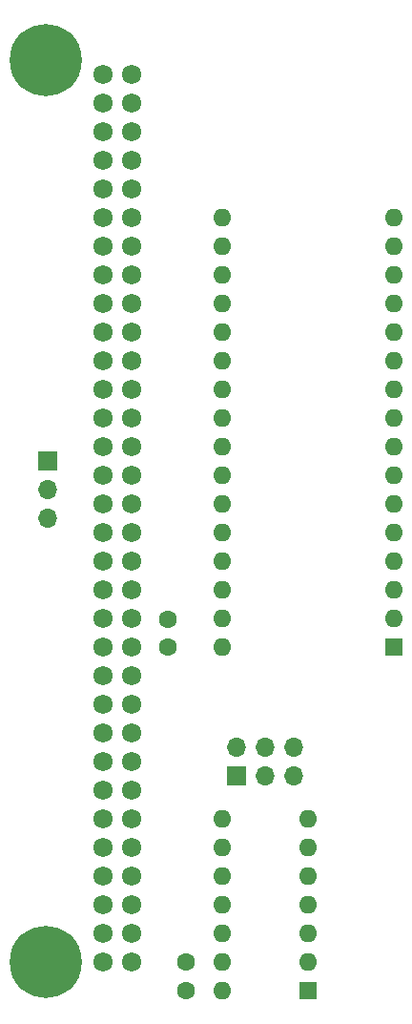
<source format=gbs>
G04 #@! TF.GenerationSoftware,KiCad,Pcbnew,5.1.7*
G04 #@! TF.CreationDate,2020-11-27T22:32:44-08:00*
G04 #@! TF.ProjectId,PC104-ROM,50433130-342d-4524-9f4d-2e6b69636164,rev?*
G04 #@! TF.SameCoordinates,Original*
G04 #@! TF.FileFunction,Soldermask,Bot*
G04 #@! TF.FilePolarity,Negative*
%FSLAX46Y46*%
G04 Gerber Fmt 4.6, Leading zero omitted, Abs format (unit mm)*
G04 Created by KiCad (PCBNEW 5.1.7) date 2020-11-27 22:32:44*
%MOMM*%
%LPD*%
G01*
G04 APERTURE LIST*
%ADD10C,1.600000*%
%ADD11O,1.700000X1.700000*%
%ADD12R,1.700000X1.700000*%
%ADD13O,1.600000X1.600000*%
%ADD14R,1.600000X1.600000*%
%ADD15C,6.400000*%
%ADD16C,1.720000*%
G04 APERTURE END LIST*
D10*
X143637000Y-141073500D03*
X143637000Y-143573500D03*
X142049500Y-110617000D03*
X142049500Y-113117000D03*
D11*
X131318000Y-101663500D03*
X131318000Y-99123500D03*
D12*
X131318000Y-96583500D03*
D11*
X153162000Y-121983500D03*
X153162000Y-124523500D03*
X150622000Y-121983500D03*
X150622000Y-124523500D03*
X148082000Y-121983500D03*
D12*
X148082000Y-124523500D03*
D13*
X146812000Y-143573500D03*
X154432000Y-128333500D03*
X146812000Y-141033500D03*
X154432000Y-130873500D03*
X146812000Y-138493500D03*
X154432000Y-133413500D03*
X146812000Y-135953500D03*
X154432000Y-135953500D03*
X146812000Y-133413500D03*
X154432000Y-138493500D03*
X146812000Y-130873500D03*
X154432000Y-141033500D03*
X146812000Y-128333500D03*
D14*
X154432000Y-143573500D03*
D13*
X146812000Y-113093500D03*
X162052000Y-74993500D03*
X146812000Y-110553500D03*
X162052000Y-77533500D03*
X146812000Y-108013500D03*
X162052000Y-80073500D03*
X146812000Y-105473500D03*
X162052000Y-82613500D03*
X146812000Y-102933500D03*
X162052000Y-85153500D03*
X146812000Y-100393500D03*
X162052000Y-87693500D03*
X146812000Y-97853500D03*
X162052000Y-90233500D03*
X146812000Y-95313500D03*
X162052000Y-92773500D03*
X146812000Y-92773500D03*
X162052000Y-95313500D03*
X146812000Y-90233500D03*
X162052000Y-97853500D03*
X146812000Y-87693500D03*
X162052000Y-100393500D03*
X146812000Y-85153500D03*
X162052000Y-102933500D03*
X146812000Y-82613500D03*
X162052000Y-105473500D03*
X146812000Y-80073500D03*
X162052000Y-108013500D03*
X146812000Y-77533500D03*
X162052000Y-110553500D03*
X146812000Y-74993500D03*
D14*
X162052000Y-113093500D03*
D15*
X131191000Y-61023500D03*
X131191000Y-141033500D03*
D16*
X138811000Y-141033500D03*
X138811000Y-138493500D03*
X138811000Y-135953500D03*
X138811000Y-133413500D03*
X138811000Y-130873500D03*
X138811000Y-128333500D03*
X138811000Y-125793500D03*
X138811000Y-123253500D03*
X138811000Y-120713500D03*
X138811000Y-118173500D03*
X138811000Y-115633500D03*
X138811000Y-113093500D03*
X138811000Y-110553500D03*
X138811000Y-108013500D03*
X138811000Y-105473500D03*
X138811000Y-102933500D03*
X138811000Y-100393500D03*
X138811000Y-97853500D03*
X138811000Y-95313500D03*
X138811000Y-92773500D03*
X138811000Y-90233500D03*
X138811000Y-87693500D03*
X138811000Y-85153500D03*
X138811000Y-82613500D03*
X138811000Y-80073500D03*
X138811000Y-77533500D03*
X138811000Y-74993500D03*
X138811000Y-72453500D03*
X138811000Y-69913500D03*
X138811000Y-67373500D03*
X138811000Y-64833500D03*
X138811000Y-62293500D03*
X136271000Y-141033500D03*
X136271000Y-138493500D03*
X136271000Y-135953500D03*
X136271000Y-133413500D03*
X136271000Y-130873500D03*
X136271000Y-128333500D03*
X136271000Y-125793500D03*
X136271000Y-123253500D03*
X136271000Y-120713500D03*
X136271000Y-118173500D03*
X136271000Y-115633500D03*
X136271000Y-113093500D03*
X136271000Y-110553500D03*
X136271000Y-108013500D03*
X136271000Y-105473500D03*
X136271000Y-102933500D03*
X136271000Y-100393500D03*
X136271000Y-97853500D03*
X136271000Y-95313500D03*
X136271000Y-92773500D03*
X136271000Y-90233500D03*
X136271000Y-87693500D03*
X136271000Y-85153500D03*
X136271000Y-82613500D03*
X136271000Y-80073500D03*
X136271000Y-77533500D03*
X136271000Y-74993500D03*
X136271000Y-72453500D03*
X136271000Y-69913500D03*
X136271000Y-67373500D03*
X136271000Y-64833500D03*
X136271000Y-62293500D03*
M02*

</source>
